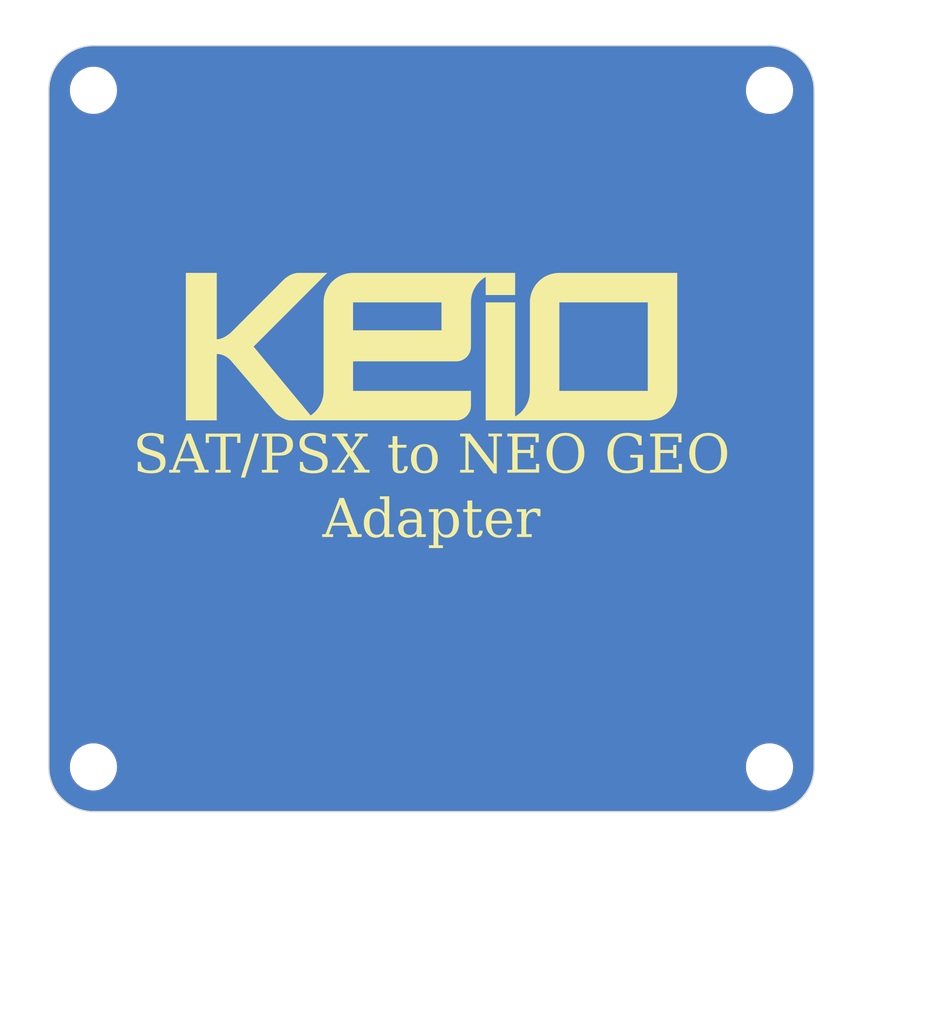
<source format=kicad_pcb>
(kicad_pcb (version 20240108) (generator "pcbnew") (generator_version "8.0")
  (title_block (rev "2"))
  (layers (0 "F.Cu" signal) (31 "B.Cu" signal) (34 "B.Paste" user) (35 "F.Paste" user) (36 "B.SilkS" user "B.Silkscreen") (37 "F.SilkS" user "F.Silkscreen") (38 "B.Mask" user) (39 "F.Mask" user) (44 "Edge.Cuts" user))
  (net 0 "")
  (footprint "MountingHole:MountingHole_3.2mm_M3" (layer "F.Cu") (at 131.5 96.5)
    (property "Reference" "H102" (hide yes))
    (property "Value" "MountingHole")
    (pad "" np_thru_hole circle (at 0 0) (size 3.2 3.2) (drill 3.2) (layers "*.Cu" "*.Mask"))
  )
  (footprint "MountingHole:MountingHole_3.2mm_M3" (layer "F.Cu") (at 78.5 96.5)
    (property "Reference" "H103" (hide yes))
    (property "Value" "MountingHole")
    (pad "" np_thru_hole circle (at 0 0) (size 3.2 3.2) (drill 3.2) (layers "*.Cu" "*.Mask"))
  )
  (footprint "MountingHole:MountingHole_3.2mm_M3" (layer "F.Cu") (at 78.5 43.5)
    (property "Reference" "H104" (hide yes))
    (property "Value" "MountingHole")
    (pad "" np_thru_hole circle (at 0 0) (size 3.2 3.2) (drill 3.2) (layers "*.Cu" "*.Mask"))
  )
  (footprint "MountingHole:MountingHole_3.2mm_M3" (layer "F.Cu") (at 131.5 43.5)
    (property "Reference" "H101" (hide yes))
    (property "Value" "MountingHole")
    (pad "" np_thru_hole circle (at 0 0) (size 3.2 3.2) (drill 3.2) (layers "*.Cu" "*.Mask"))
  )
  (gr_poly (pts (xy 124.266707 67.042963) (xy 124.263712 67.162198) (xy 124.254822 67.279827) (xy 124.240182 67.395709) (xy 124.219933 67.5097) (xy 124.194218 67.621656) (xy 124.163181 67.731436) (xy 124.126965 67.838896) (xy 124.085712 67.943893) (xy 124.039565 68.046285) (xy 123.988668 68.145927) (xy 123.933163 68.242678) (xy 123.873194 68.336394) (xy 123.808903 68.426932) (xy 123.740434 68.514149) (xy 123.667929 68.597903) (xy 123.591531 68.67805) (xy 123.511384 68.754447) (xy 123.42763 68.826952) (xy 123.340412 68.895421) (xy 123.249873 68.959712) (xy 123.156157 69.019681) (xy 123.059406 69.075185) (xy 122.959764 69.126082) (xy 122.857372 69.172228) (xy 122.752375 69.213481) (xy 122.644915 69.249697) (xy 122.535135 69.280734) (xy 122.423178 69.306448) (xy 122.309187 69.326697) (xy 122.193306 69.341338) (xy 122.075676 69.350227) (xy 121.956442 69.353222) (xy 109.25 69.353222) (xy 109.25 60.112176) (xy 111.560263 60.112176) (xy 111.560263 69.050002) (xy 111.687387 68.971313) (xy 111.808775 68.884736) (xy 111.924086 68.790627) (xy 112.03298 68.689339) (xy 112.135118 68.581227) (xy 112.230158 68.466646) (xy 112.317761 68.345949) (xy 112.397587 68.219491) (xy 112.469295 68.087627) (xy 112.532546 67.950711) (xy 112.586999 67.809097) (xy 112.632314 67.663139) (xy 112.668151 67.513193) (xy 112.69417 67.359611) (xy 112.710031 67.20275) (xy 112.715393 67.042963) (xy 115.025656 67.042963) (xy 121.956442 67.042963) (xy 121.956442 60.112176) (xy 115.025656 60.112176) (xy 115.025656 67.042963) (xy 112.715393 67.042963) (xy 112.715393 60.112176) (xy 112.718388 59.992942) (xy 112.727277 59.875313) (xy 112.741918 59.759432) (xy 112.762167 59.645442) (xy 112.787882 59.533485) (xy 112.818919 59.423706) (xy 112.855135 59.316246) (xy 112.896388 59.211249) (xy 112.942535 59.108858) (xy 112.993432 59.009215) (xy 113.048936 58.912465) (xy 113.108905 58.818749) (xy 113.173196 58.72821) (xy 113.241665 58.640993) (xy 113.31417 58.557239) (xy 113.390568 58.477092) (xy 113.470715 58.400694) (xy 113.554469 58.328189) (xy 113.641687 58.25972) (xy 113.732225 58.195429) (xy 113.825941 58.13546) (xy 113.922692 58.079955) (xy 114.022335 58.029058) (xy 114.124726 57.982912) (xy 114.229723 57.941659) (xy 114.337183 57.905442) (xy 114.446963 57.874405) (xy 114.55892 57.848691) (xy 114.672911 57.828442) (xy 114.788792 57.813801) (xy 114.906422 57.804912) (xy 115.025656 57.801917) (xy 124.266707 57.801917)) (stroke (width -0.000001)) (fill solid) (layer "F.SilkS"))
  (gr_poly (pts (xy 88.16887 63) (xy 88.223 62.998344) (xy 88.277023 62.993514) (xy 88.330835 62.985723) (xy 88.38433 62.975183) (xy 88.437401 62.962105) (xy 88.489944 62.9467) (xy 88.541853 62.92918) (xy 88.593021 62.909756) (xy 88.643343 62.88864) (xy 88.692713 62.866044) (xy 88.741026 62.842178) (xy 88.788175 62.817255) (xy 88.834055 62.791486) (xy 88.878561 62.765083) (xy 88.963024 62.711218) (xy 89.040719 62.657353) (xy 89.110799 62.605181) (xy 89.17242 62.556392) (xy 89.224733 62.51268) (xy 89.298057 62.447253) (xy 89.324002 62.422436) (xy 93.36697 58.379482) (xy 93.421099 58.32701) (xy 93.475123 58.277816) (xy 93.528935 58.231795) (xy 93.58243 58.18884) (xy 93.635501 58.148847) (xy 93.688044 58.111709) (xy 93.739953 58.077321) (xy 93.791121 58.045577) (xy 93.841443 58.016371) (xy 93.890813 57.989597) (xy 93.939125 57.96515) (xy 93.986275 57.942924) (xy 94.032155 57.922813) (xy 94.07666 57.904711) (xy 94.161124 57.874113) (xy 94.238818 57.850282) (xy 94.308899 57.832375) (xy 94.370519 57.819543) (xy 94.422833 57.810941) (xy 94.464994 57.805724) (xy 94.496156 57.803045) (xy 94.522102 57.801917) (xy 96.832363 57.801917) (xy 91.056707 63.577574) (xy 95.525622 68.963372) (xy 95.532818 68.963372) (xy 95.645409 68.88231) (xy 95.752631 68.794698) (xy 95.854222 68.700829) (xy 95.949921 68.600991) (xy 96.039466 68.495475) (xy 96.122596 68.384571) (xy 96.19905 68.268568) (xy 96.268566 68.147757) (xy 96.330882 68.022427) (xy 96.385738 67.892869) (xy 96.432871 67.759372) (xy 96.472022 67.622227) (xy 96.502927 67.481724) (xy 96.525326 67.338152) (xy 96.538956 67.191802) (xy 96.543558 67.042963) (xy 96.543558 62.299704) (xy 98.853824 62.299704) (xy 105.784607 62.299704) (xy 105.784607 60.112176) (xy 98.853824 60.112176) (xy 98.853824 62.299704) (xy 96.543558 62.299704) (xy 96.543558 60.112176) (xy 96.546554 59.992972) (xy 96.555446 59.875369) (xy 96.570091 59.759511) (xy 96.590346 59.645539) (xy 96.616068 59.533599) (xy 96.647113 59.423832) (xy 96.683338 59.316382) (xy 96.724601 59.211392) (xy 96.770758 59.109006) (xy 96.821665 59.009366) (xy 96.87718 58.912615) (xy 96.93716 58.818898) (xy 97.001461 58.728356) (xy 97.06994 58.641134) (xy 97.142454 58.557374) (xy 97.218861 58.477219) (xy 97.299015 58.400813) (xy 97.382775 58.328299) (xy 97.469998 58.25982) (xy 97.56054 58.195519) (xy 97.654257 58.135539) (xy 97.751008 58.080024) (xy 97.850648 58.029116) (xy 97.953034 57.98296) (xy 98.058024 57.941697) (xy 98.165474 57.905472) (xy 98.275241 57.874426) (xy 98.387182 57.848705) (xy 98.501154 57.82845) (xy 98.617012 57.813805) (xy 98.734616 57.804913) (xy 98.85382 57.801917) (xy 111.560259 57.801917) (xy 111.560259 59.534612) (xy 109.249996 59.534612) (xy 109.249996 58.119574) (xy 109.123641 58.198339) (xy 109.002824 58.28471) (xy 108.887905 58.378365) (xy 108.779247 58.478982) (xy 108.677209 58.586239) (xy 108.582151 58.699814) (xy 108.494436 58.819384) (xy 108.414422 58.944628) (xy 108.342471 59.075224) (xy 108.278944 59.210848) (xy 108.2242 59.35118) (xy 108.178602 59.495898) (xy 108.142508 59.644678) (xy 108.116281 59.797199) (xy 108.10028 59.953139) (xy 108.094866 60.112176) (xy 108.094866 63.462052) (xy 108.095515 63.469325) (xy 108.095997 63.476551) (xy 108.096528 63.490898) (xy 108.096598 63.505161) (xy 108.096344 63.519406) (xy 108.09542 63.548115) (xy 108.095028 63.562714) (xy 108.094866 63.577566) (xy 108.093369 63.637183) (xy 108.088924 63.695997) (xy 108.081604 63.753938) (xy 108.071479 63.810933) (xy 108.058622 63.866911) (xy 108.043104 63.921801) (xy 108.024995 63.975531) (xy 108.004369 64.028029) (xy 107.981296 64.079225) (xy 107.955847 64.129046) (xy 107.928095 64.177421) (xy 107.898111 64.224279) (xy 107.865965 64.269548) (xy 107.831731 64.313157) (xy 107.795478 64.355034) (xy 107.75728 64.395108) (xy 107.717206 64.433306) (xy 107.675329 64.469559) (xy 107.631721 64.503794) (xy 107.586451 64.535939) (xy 107.539593 64.565924) (xy 107.491218 64.593676) (xy 107.441397 64.619124) (xy 107.390201 64.642198) (xy 107.337702 64.662824) (xy 107.283972 64.680932) (xy 107.229082 64.696451) (xy 107.173104 64.709308) (xy 107.116109 64.719433) (xy 107.058168 64.726753) (xy 106.999353 64.731198) (xy 106.939736 64.732695) (xy 98.85382 64.732695) (xy 98.85382 67.042954) (xy 108.094866 67.042954) (xy 108.094866 68.082571) (xy 108.095515 68.089844) (xy 108.095997 68.09707) (xy 108.096528 68.111417) (xy 108.096598 68.12568) (xy 108.096344 68.139925) (xy 108.09542 68.168634) (xy 108.095028 68.183233) (xy 108.094866 68.198084) (xy 108.093369 68.257701) (xy 108.088924 68.316515) (xy 108.081604 68.374456) (xy 108.071479 68.431451) (xy 108.058622 68.487429) (xy 108.043104 68.542319) (xy 108.024995 68.596049) (xy 108.004369 68.648548) (xy 107.981296 68.699743) (xy 107.955847 68.749565) (xy 107.928095 68.79794) (xy 107.898111 68.844798) (xy 107.865965 68.890067) (xy 107.831731 68.933676) (xy 107.795478 68.975553) (xy 107.75728 69.015627) (xy 107.717206 69.053825) (xy 107.675329 69.090078) (xy 107.631721 69.124313) (xy 107.586451 69.156458) (xy 107.539593 69.186443) (xy 107.491218 69.214195) (xy 107.441397 69.239643) (xy 107.390201 69.262717) (xy 107.337702 69.283343) (xy 107.283972 69.301451) (xy 107.229082 69.31697) (xy 107.173104 69.329827) (xy 107.116109 69.339952) (xy 107.058168 69.347272) (xy 106.999353 69.351717) (xy 106.939736 69.353214) (xy 93.944512 69.353214) (xy 93.887843 69.351557) (xy 93.831601 69.346728) (xy 93.775878 69.338937) (xy 93.720763 69.328397) (xy 93.666345 69.315319) (xy 93.612716 69.299914) (xy 93.559965 69.282393) (xy 93.508181 69.26297) (xy 93.457454 69.241854) (xy 93.407876 69.219257) (xy 93.359534 69.195392) (xy 93.31252 69.170469) (xy 93.266923 69.1447) (xy 93.222832 69.118296) (xy 93.139533 69.064432) (xy 93.06334 69.010567) (xy 92.994973 68.958394) (xy 92.935151 68.909606) (xy 92.884593 68.865894) (xy 92.814146 68.800466) (xy 92.789385 68.775649) (xy 89.323992 64.732695) (xy 89.27391 64.676475) (xy 89.22342 64.62401) (xy 89.172652 64.575169) (xy 89.121739 64.529825) (xy 89.070811 64.487847) (xy 89.019999 64.449106) (xy 88.969434 64.413474) (xy 88.919247 64.380822) (xy 88.86957 64.351019) (xy 88.820532 64.323937) (xy 88.772266 64.299447) (xy 88.724902 64.27742) (xy 88.678571 64.257726) (xy 88.633404 64.240236) (xy 88.589533 64.224822) (xy 88.547088 64.211354) (xy 88.467001 64.189738) (xy 88.394192 64.174357) (xy 88.329708 64.164177) (xy 88.274598 64.158165) (xy 88.22991 64.155288) (xy 88.196692 64.154511) (xy 88.16886 64.15513) (xy 88.16886 69.353222) (xy 85.743086 69.353222) (xy 85.743086 57.801917) (xy 85.743096 57.801909) (xy 88.16887 57.801909)) (stroke (width -0.000001)) (fill solid) (layer "F.SilkS"))
  (gr_arc (start 135 96.5) (mid 133.974874 98.974874) (end 131.5 100) (stroke (width 0.1)) (layer "Edge.Cuts"))
  (gr_line (start 131.5 40) (end 82.5 40) (stroke (width 0.1)) (layer "Edge.Cuts"))
  (gr_arc (start 131.5 40) (mid 133.974874 41.025126) (end 135 43.5) (stroke (width 0.1)) (layer "Edge.Cuts"))
  (gr_line (start 135 96.5) (end 135 43.5) (stroke (width 0.1)) (layer "Edge.Cuts"))
  (gr_line (start 75 43.5) (end 75 96.5) (stroke (width 0.1)) (layer "Edge.Cuts"))
  (gr_line (start 131.5 100) (end 105 100) (stroke (width 0.1)) (layer "Edge.Cuts"))
  (gr_arc (start 78.5 100) (mid 76.025126 98.974874) (end 75 96.5) (stroke (width 0.1)) (layer "Edge.Cuts"))
  (gr_line (start 78.5 100) (end 105 100) (stroke (width 0.1)) (layer "Edge.Cuts"))
  (gr_arc (start 75 43.5) (mid 76.025126 41.025126) (end 78.5 40) (stroke (width 0.1)) (layer "Edge.Cuts"))
  (gr_line (start 82.5 40) (end 78.5 40) (stroke (width 0.1)) (layer "Edge.Cuts"))
  (gr_text "SAT/PSX to NEO GEO\nAdapter" (at 105 79 0) (layer "F.SilkS") (effects (font (size 3 3)) (justify bottom)))
  (zone (net 0) (net_name "") (layers "F&B.Cu") (connect_pads (clearance 0.5)) (min_thickness 0.25) (fill yes (thermal_gap 0.5) (thermal_bridge_width 0.5) (island_removal_mode 1) (island_area_min 10))
    (polygon (pts (xy 75 40) (xy 135 40) (xy 135 100) (xy 75 100)))
  )
)
</source>
